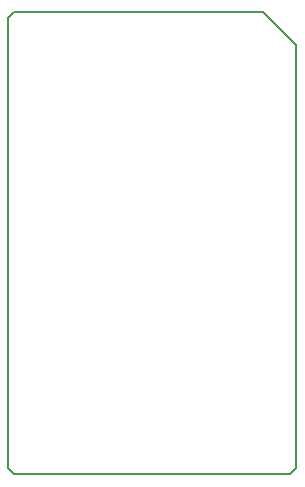
<source format=gko>
G04 Layer_Color=16711935*
%FSAX24Y24*%
%MOIN*%
G70*
G01*
G75*
%ADD17C,0.0079*%
D17*
X013000Y032900D02*
X013200Y032700D01*
X022400D02*
X022600Y032900D01*
X013200Y032700D02*
X022400D01*
X013000Y032900D02*
Y047900D01*
X022600Y032900D02*
Y047000D01*
X021500Y048100D02*
X022600Y047000D01*
X013200Y048100D02*
X021500D01*
X013000Y047900D02*
X013200Y048100D01*
M02*

</source>
